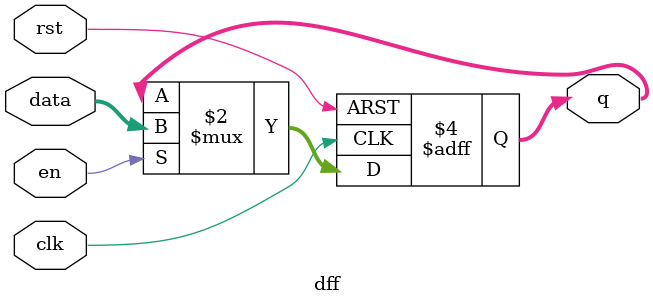
<source format=v>
`timescale 1ns/10ps
module dff(clk, rst, en, data, q);
input[15:0] data;
input en, clk, rst;
output reg[15:0] q; 

always @(posedge clk or posedge rst)
    begin
    if(rst)
        q <= 16'b0000000000000000;
    else if(en)
        q <= data;
    end
endmodule
</source>
